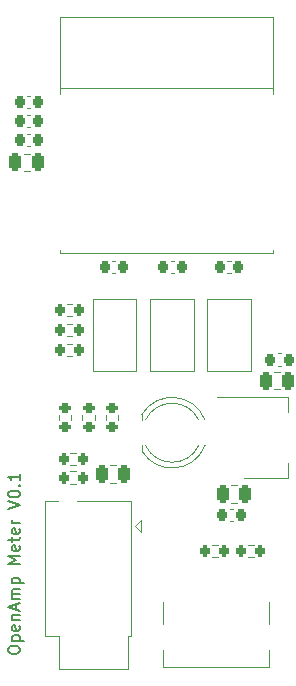
<source format=gto>
%TF.GenerationSoftware,KiCad,Pcbnew,7.0.2-6a45011f42~172~ubuntu22.04.1*%
%TF.CreationDate,2023-05-17T08:32:53+02:00*%
%TF.ProjectId,PowerMeterLC,506f7765-724d-4657-9465-724c432e6b69,rev?*%
%TF.SameCoordinates,Original*%
%TF.FileFunction,Legend,Top*%
%TF.FilePolarity,Positive*%
%FSLAX46Y46*%
G04 Gerber Fmt 4.6, Leading zero omitted, Abs format (unit mm)*
G04 Created by KiCad (PCBNEW 7.0.2-6a45011f42~172~ubuntu22.04.1) date 2023-05-17 08:32:53*
%MOMM*%
%LPD*%
G01*
G04 APERTURE LIST*
G04 Aperture macros list*
%AMRoundRect*
0 Rectangle with rounded corners*
0 $1 Rounding radius*
0 $2 $3 $4 $5 $6 $7 $8 $9 X,Y pos of 4 corners*
0 Add a 4 corners polygon primitive as box body*
4,1,4,$2,$3,$4,$5,$6,$7,$8,$9,$2,$3,0*
0 Add four circle primitives for the rounded corners*
1,1,$1+$1,$2,$3*
1,1,$1+$1,$4,$5*
1,1,$1+$1,$6,$7*
1,1,$1+$1,$8,$9*
0 Add four rect primitives between the rounded corners*
20,1,$1+$1,$2,$3,$4,$5,0*
20,1,$1+$1,$4,$5,$6,$7,0*
20,1,$1+$1,$6,$7,$8,$9,0*
20,1,$1+$1,$8,$9,$2,$3,0*%
G04 Aperture macros list end*
%ADD10C,0.150000*%
%ADD11C,0.120000*%
%ADD12R,1.500000X1.500000*%
%ADD13C,0.800000*%
%ADD14C,5.000000*%
%ADD15RoundRect,0.200000X0.200000X0.275000X-0.200000X0.275000X-0.200000X-0.275000X0.200000X-0.275000X0*%
%ADD16RoundRect,0.200000X-0.200000X-0.275000X0.200000X-0.275000X0.200000X0.275000X-0.200000X0.275000X0*%
%ADD17RoundRect,0.200000X-0.275000X0.200000X-0.275000X-0.200000X0.275000X-0.200000X0.275000X0.200000X0*%
%ADD18R,1.500000X0.900000*%
%ADD19R,0.700000X0.700000*%
%ADD20RoundRect,0.225000X-0.225000X-0.250000X0.225000X-0.250000X0.225000X0.250000X-0.225000X0.250000X0*%
%ADD21RoundRect,0.225000X0.225000X0.250000X-0.225000X0.250000X-0.225000X-0.250000X0.225000X-0.250000X0*%
%ADD22R,2.000000X1.500000*%
%ADD23R,2.000000X3.800000*%
%ADD24C,0.600000*%
%ADD25R,0.600000X1.160000*%
%ADD26R,0.300000X1.160000*%
%ADD27O,0.900000X2.000000*%
%ADD28O,0.900000X1.700000*%
%ADD29RoundRect,0.250000X0.250000X0.475000X-0.250000X0.475000X-0.250000X-0.475000X0.250000X-0.475000X0*%
%ADD30RoundRect,0.250000X-0.250000X-0.475000X0.250000X-0.475000X0.250000X0.475000X-0.250000X0.475000X0*%
%ADD31C,1.200000*%
%ADD32O,1.400000X2.000000*%
%ADD33R,1.400000X2.000000*%
%ADD34R,1.070000X1.800000*%
%ADD35O,1.070000X1.800000*%
G04 APERTURE END LIST*
D10*
X13577619Y-195971428D02*
X13577619Y-195780952D01*
X13577619Y-195780952D02*
X13625238Y-195685714D01*
X13625238Y-195685714D02*
X13720476Y-195590476D01*
X13720476Y-195590476D02*
X13910952Y-195542857D01*
X13910952Y-195542857D02*
X14244285Y-195542857D01*
X14244285Y-195542857D02*
X14434761Y-195590476D01*
X14434761Y-195590476D02*
X14530000Y-195685714D01*
X14530000Y-195685714D02*
X14577619Y-195780952D01*
X14577619Y-195780952D02*
X14577619Y-195971428D01*
X14577619Y-195971428D02*
X14530000Y-196066666D01*
X14530000Y-196066666D02*
X14434761Y-196161904D01*
X14434761Y-196161904D02*
X14244285Y-196209523D01*
X14244285Y-196209523D02*
X13910952Y-196209523D01*
X13910952Y-196209523D02*
X13720476Y-196161904D01*
X13720476Y-196161904D02*
X13625238Y-196066666D01*
X13625238Y-196066666D02*
X13577619Y-195971428D01*
X13910952Y-195114285D02*
X14910952Y-195114285D01*
X13958571Y-195114285D02*
X13910952Y-195019047D01*
X13910952Y-195019047D02*
X13910952Y-194828571D01*
X13910952Y-194828571D02*
X13958571Y-194733333D01*
X13958571Y-194733333D02*
X14006190Y-194685714D01*
X14006190Y-194685714D02*
X14101428Y-194638095D01*
X14101428Y-194638095D02*
X14387142Y-194638095D01*
X14387142Y-194638095D02*
X14482380Y-194685714D01*
X14482380Y-194685714D02*
X14530000Y-194733333D01*
X14530000Y-194733333D02*
X14577619Y-194828571D01*
X14577619Y-194828571D02*
X14577619Y-195019047D01*
X14577619Y-195019047D02*
X14530000Y-195114285D01*
X14530000Y-193828571D02*
X14577619Y-193923809D01*
X14577619Y-193923809D02*
X14577619Y-194114285D01*
X14577619Y-194114285D02*
X14530000Y-194209523D01*
X14530000Y-194209523D02*
X14434761Y-194257142D01*
X14434761Y-194257142D02*
X14053809Y-194257142D01*
X14053809Y-194257142D02*
X13958571Y-194209523D01*
X13958571Y-194209523D02*
X13910952Y-194114285D01*
X13910952Y-194114285D02*
X13910952Y-193923809D01*
X13910952Y-193923809D02*
X13958571Y-193828571D01*
X13958571Y-193828571D02*
X14053809Y-193780952D01*
X14053809Y-193780952D02*
X14149047Y-193780952D01*
X14149047Y-193780952D02*
X14244285Y-194257142D01*
X13910952Y-193352380D02*
X14577619Y-193352380D01*
X14006190Y-193352380D02*
X13958571Y-193304761D01*
X13958571Y-193304761D02*
X13910952Y-193209523D01*
X13910952Y-193209523D02*
X13910952Y-193066666D01*
X13910952Y-193066666D02*
X13958571Y-192971428D01*
X13958571Y-192971428D02*
X14053809Y-192923809D01*
X14053809Y-192923809D02*
X14577619Y-192923809D01*
X14291904Y-192495237D02*
X14291904Y-192019047D01*
X14577619Y-192590475D02*
X13577619Y-192257142D01*
X13577619Y-192257142D02*
X14577619Y-191923809D01*
X14577619Y-191590475D02*
X13910952Y-191590475D01*
X14006190Y-191590475D02*
X13958571Y-191542856D01*
X13958571Y-191542856D02*
X13910952Y-191447618D01*
X13910952Y-191447618D02*
X13910952Y-191304761D01*
X13910952Y-191304761D02*
X13958571Y-191209523D01*
X13958571Y-191209523D02*
X14053809Y-191161904D01*
X14053809Y-191161904D02*
X14577619Y-191161904D01*
X14053809Y-191161904D02*
X13958571Y-191114285D01*
X13958571Y-191114285D02*
X13910952Y-191019047D01*
X13910952Y-191019047D02*
X13910952Y-190876190D01*
X13910952Y-190876190D02*
X13958571Y-190780951D01*
X13958571Y-190780951D02*
X14053809Y-190733332D01*
X14053809Y-190733332D02*
X14577619Y-190733332D01*
X13910952Y-190257142D02*
X14910952Y-190257142D01*
X13958571Y-190257142D02*
X13910952Y-190161904D01*
X13910952Y-190161904D02*
X13910952Y-189971428D01*
X13910952Y-189971428D02*
X13958571Y-189876190D01*
X13958571Y-189876190D02*
X14006190Y-189828571D01*
X14006190Y-189828571D02*
X14101428Y-189780952D01*
X14101428Y-189780952D02*
X14387142Y-189780952D01*
X14387142Y-189780952D02*
X14482380Y-189828571D01*
X14482380Y-189828571D02*
X14530000Y-189876190D01*
X14530000Y-189876190D02*
X14577619Y-189971428D01*
X14577619Y-189971428D02*
X14577619Y-190161904D01*
X14577619Y-190161904D02*
X14530000Y-190257142D01*
X14577619Y-188590475D02*
X13577619Y-188590475D01*
X13577619Y-188590475D02*
X14291904Y-188257142D01*
X14291904Y-188257142D02*
X13577619Y-187923809D01*
X13577619Y-187923809D02*
X14577619Y-187923809D01*
X14530000Y-187066666D02*
X14577619Y-187161904D01*
X14577619Y-187161904D02*
X14577619Y-187352380D01*
X14577619Y-187352380D02*
X14530000Y-187447618D01*
X14530000Y-187447618D02*
X14434761Y-187495237D01*
X14434761Y-187495237D02*
X14053809Y-187495237D01*
X14053809Y-187495237D02*
X13958571Y-187447618D01*
X13958571Y-187447618D02*
X13910952Y-187352380D01*
X13910952Y-187352380D02*
X13910952Y-187161904D01*
X13910952Y-187161904D02*
X13958571Y-187066666D01*
X13958571Y-187066666D02*
X14053809Y-187019047D01*
X14053809Y-187019047D02*
X14149047Y-187019047D01*
X14149047Y-187019047D02*
X14244285Y-187495237D01*
X13910952Y-186733332D02*
X13910952Y-186352380D01*
X13577619Y-186590475D02*
X14434761Y-186590475D01*
X14434761Y-186590475D02*
X14530000Y-186542856D01*
X14530000Y-186542856D02*
X14577619Y-186447618D01*
X14577619Y-186447618D02*
X14577619Y-186352380D01*
X14530000Y-185638094D02*
X14577619Y-185733332D01*
X14577619Y-185733332D02*
X14577619Y-185923808D01*
X14577619Y-185923808D02*
X14530000Y-186019046D01*
X14530000Y-186019046D02*
X14434761Y-186066665D01*
X14434761Y-186066665D02*
X14053809Y-186066665D01*
X14053809Y-186066665D02*
X13958571Y-186019046D01*
X13958571Y-186019046D02*
X13910952Y-185923808D01*
X13910952Y-185923808D02*
X13910952Y-185733332D01*
X13910952Y-185733332D02*
X13958571Y-185638094D01*
X13958571Y-185638094D02*
X14053809Y-185590475D01*
X14053809Y-185590475D02*
X14149047Y-185590475D01*
X14149047Y-185590475D02*
X14244285Y-186066665D01*
X14577619Y-185161903D02*
X13910952Y-185161903D01*
X14101428Y-185161903D02*
X14006190Y-185114284D01*
X14006190Y-185114284D02*
X13958571Y-185066665D01*
X13958571Y-185066665D02*
X13910952Y-184971427D01*
X13910952Y-184971427D02*
X13910952Y-184876189D01*
X13577619Y-183923807D02*
X14577619Y-183590474D01*
X14577619Y-183590474D02*
X13577619Y-183257141D01*
X13577619Y-182733331D02*
X13577619Y-182638093D01*
X13577619Y-182638093D02*
X13625238Y-182542855D01*
X13625238Y-182542855D02*
X13672857Y-182495236D01*
X13672857Y-182495236D02*
X13768095Y-182447617D01*
X13768095Y-182447617D02*
X13958571Y-182399998D01*
X13958571Y-182399998D02*
X14196666Y-182399998D01*
X14196666Y-182399998D02*
X14387142Y-182447617D01*
X14387142Y-182447617D02*
X14482380Y-182495236D01*
X14482380Y-182495236D02*
X14530000Y-182542855D01*
X14530000Y-182542855D02*
X14577619Y-182638093D01*
X14577619Y-182638093D02*
X14577619Y-182733331D01*
X14577619Y-182733331D02*
X14530000Y-182828569D01*
X14530000Y-182828569D02*
X14482380Y-182876188D01*
X14482380Y-182876188D02*
X14387142Y-182923807D01*
X14387142Y-182923807D02*
X14196666Y-182971426D01*
X14196666Y-182971426D02*
X13958571Y-182971426D01*
X13958571Y-182971426D02*
X13768095Y-182923807D01*
X13768095Y-182923807D02*
X13672857Y-182876188D01*
X13672857Y-182876188D02*
X13625238Y-182828569D01*
X13625238Y-182828569D02*
X13577619Y-182733331D01*
X14482380Y-181971426D02*
X14530000Y-181923807D01*
X14530000Y-181923807D02*
X14577619Y-181971426D01*
X14577619Y-181971426D02*
X14530000Y-182019045D01*
X14530000Y-182019045D02*
X14482380Y-181971426D01*
X14482380Y-181971426D02*
X14577619Y-181971426D01*
X14577619Y-180971427D02*
X14577619Y-181542855D01*
X14577619Y-181257141D02*
X13577619Y-181257141D01*
X13577619Y-181257141D02*
X13720476Y-181352379D01*
X13720476Y-181352379D02*
X13815714Y-181447617D01*
X13815714Y-181447617D02*
X13863333Y-181542855D01*
D11*
%TO.C,SW2*%
X24460000Y-166140000D02*
X24460000Y-172260000D01*
X20760000Y-166140000D02*
X24460000Y-166140000D01*
X24460000Y-172260000D02*
X20760000Y-172260000D01*
X20760000Y-172260000D02*
X20760000Y-166140000D01*
%TO.C,R10*%
X19347258Y-181822500D02*
X18872742Y-181822500D01*
X19347258Y-180777500D02*
X18872742Y-180777500D01*
%TO.C,R2*%
X18547742Y-166577500D02*
X19022258Y-166577500D01*
X18547742Y-167622500D02*
X19022258Y-167622500D01*
%TO.C,R7*%
X22932500Y-175987742D02*
X22932500Y-176462258D01*
X21887500Y-175987742D02*
X21887500Y-176462258D01*
%TO.C,U4*%
X18000000Y-142300000D02*
X18000000Y-148800000D01*
X18000000Y-142300000D02*
X36000000Y-142300000D01*
X18000000Y-162300000D02*
X18000000Y-162050000D01*
X36000000Y-142300000D02*
X36000000Y-148800000D01*
X36000000Y-148300000D02*
X18050000Y-148300000D01*
X36000000Y-162050000D02*
X36000000Y-162300000D01*
X36000000Y-162300000D02*
X18000000Y-162300000D01*
%TO.C,C17*%
X32369420Y-183990000D02*
X32650580Y-183990000D01*
X32369420Y-185010000D02*
X32650580Y-185010000D01*
%TO.C,R3*%
X18547742Y-169977500D02*
X19022258Y-169977500D01*
X18547742Y-171022500D02*
X19022258Y-171022500D01*
%TO.C,C10*%
X15475580Y-150010000D02*
X15194420Y-150010000D01*
X15475580Y-148990000D02*
X15194420Y-148990000D01*
%TO.C,U2*%
X31310000Y-174490000D02*
X37320000Y-174490000D01*
X33560000Y-181310000D02*
X37320000Y-181310000D01*
X37320000Y-174490000D02*
X37320000Y-175750000D01*
X37320000Y-181310000D02*
X37320000Y-180050000D01*
%TO.C,J2*%
X26740000Y-191855000D02*
X26740000Y-193655000D01*
X26740000Y-197365000D02*
X26740000Y-195905000D01*
X35680000Y-191855000D02*
X35680000Y-193655000D01*
X35680000Y-197365000D02*
X26740000Y-197365000D01*
X35680000Y-197365000D02*
X35680000Y-195905000D01*
%TO.C,R4*%
X33897742Y-186977500D02*
X34372258Y-186977500D01*
X33897742Y-188022500D02*
X34372258Y-188022500D01*
%TO.C,C12*%
X36621252Y-173835000D02*
X36098748Y-173835000D01*
X36621252Y-172365000D02*
X36098748Y-172365000D01*
%TO.C,C14*%
X32448748Y-181965000D02*
X32971252Y-181965000D01*
X32448748Y-183435000D02*
X32971252Y-183435000D01*
%TO.C,C18*%
X27359420Y-162990000D02*
X27640580Y-162990000D01*
X27359420Y-164010000D02*
X27640580Y-164010000D01*
%TO.C,C13*%
X15475580Y-153210000D02*
X15194420Y-153210000D01*
X15475580Y-152190000D02*
X15194420Y-152190000D01*
%TO.C,C5*%
X32159420Y-162990000D02*
X32440580Y-162990000D01*
X32159420Y-164010000D02*
X32440580Y-164010000D01*
%TO.C,R11*%
X18872742Y-179177500D02*
X19347258Y-179177500D01*
X18872742Y-180222500D02*
X19347258Y-180222500D01*
%TO.C,R9*%
X20932500Y-175987742D02*
X20932500Y-176462258D01*
X19887500Y-175987742D02*
X19887500Y-176462258D01*
%TO.C,C15*%
X15421252Y-155335000D02*
X14898748Y-155335000D01*
X15421252Y-153865000D02*
X14898748Y-153865000D01*
%TO.C,C16*%
X15475580Y-151610000D02*
X15194420Y-151610000D01*
X15475580Y-150590000D02*
X15194420Y-150590000D01*
%TO.C,SW1*%
X34150000Y-166140000D02*
X34150000Y-172260000D01*
X30450000Y-166140000D02*
X34150000Y-166140000D01*
X34150000Y-172260000D02*
X30450000Y-172260000D01*
X30450000Y-172260000D02*
X30450000Y-166140000D01*
%TO.C,R6*%
X18547742Y-168277500D02*
X19022258Y-168277500D01*
X18547742Y-169322500D02*
X19022258Y-169322500D01*
%TO.C,J3*%
X24832500Y-185900000D02*
X24832500Y-184900000D01*
X24832500Y-184900000D02*
X24332500Y-185400000D01*
X24332500Y-185400000D02*
X24832500Y-185900000D01*
X24032500Y-194700000D02*
X24032500Y-183300000D01*
X24032500Y-194700000D02*
X23732500Y-194700000D01*
X24032500Y-183300000D02*
X19432500Y-183300000D01*
X23732500Y-194700000D02*
X23732500Y-197500000D01*
X17932500Y-197500000D02*
X23732500Y-197500000D01*
X17932500Y-194700000D02*
X17932500Y-197500000D01*
X17932500Y-194700000D02*
X16732500Y-194700000D01*
X16732500Y-194700000D02*
X16732500Y-183300000D01*
X16732500Y-183300000D02*
X17832500Y-183300000D01*
%TO.C,C11*%
X36700580Y-171810000D02*
X36419420Y-171810000D01*
X36700580Y-170790000D02*
X36419420Y-170790000D01*
%TO.C,SW3*%
X29320000Y-166140000D02*
X29320000Y-172260000D01*
X25620000Y-166140000D02*
X29320000Y-166140000D01*
X29320000Y-172260000D02*
X25620000Y-172260000D01*
X25620000Y-172260000D02*
X25620000Y-166140000D01*
%TO.C,R5*%
X30847742Y-186977500D02*
X31322258Y-186977500D01*
X30847742Y-188022500D02*
X31322258Y-188022500D01*
%TO.C,D2*%
X24915000Y-175955000D02*
X24915000Y-176420000D01*
X24915000Y-178580000D02*
X24915000Y-179045000D01*
X30262814Y-176419173D02*
G75*
G03*
X24915001Y-175955170I-2787814J-1080827D01*
G01*
X29729478Y-176419572D02*
G75*
G03*
X25220317Y-176420000I-2254478J-1080428D01*
G01*
X25220316Y-178580000D02*
G75*
G03*
X29729479Y-178580429I2254684J1080000D01*
G01*
X24915001Y-179044830D02*
G75*
G03*
X30262814Y-178580827I2559999J1544830D01*
G01*
%TO.C,C19*%
X22198748Y-180265000D02*
X22721252Y-180265000D01*
X22198748Y-181735000D02*
X22721252Y-181735000D01*
%TO.C,R8*%
X18932500Y-175987742D02*
X18932500Y-176462258D01*
X17887500Y-175987742D02*
X17887500Y-176462258D01*
%TO.C,C6*%
X22394420Y-162990000D02*
X22675580Y-162990000D01*
X22394420Y-164010000D02*
X22675580Y-164010000D01*
%TD*%
%LPC*%
D12*
%TO.C,SW2*%
X22610000Y-165300000D03*
X22610000Y-173100000D03*
%TD*%
D13*
%TO.C,TP1*%
X25595000Y-183625000D03*
X26144175Y-182299175D03*
X26144175Y-184950825D03*
X27470000Y-181750000D03*
D14*
X27470000Y-183625000D03*
D13*
X27470000Y-185500000D03*
X28795825Y-182299175D03*
X28795825Y-184950825D03*
X29345000Y-183625000D03*
%TD*%
D15*
%TO.C,R10*%
X19935000Y-181300000D03*
X18285000Y-181300000D03*
%TD*%
D16*
%TO.C,R2*%
X17960000Y-167100000D03*
X19610000Y-167100000D03*
%TD*%
D17*
%TO.C,R7*%
X22410000Y-175400000D03*
X22410000Y-177050000D03*
%TD*%
D18*
%TO.C,U4*%
X18250000Y-149400000D03*
X18250000Y-150900000D03*
X18250000Y-152400000D03*
X18250000Y-153900000D03*
X18250000Y-155400000D03*
X18250000Y-156900000D03*
X18250000Y-158400000D03*
X18250000Y-159900000D03*
X18250000Y-161400000D03*
X35750000Y-161400000D03*
X35750000Y-159900000D03*
X35750000Y-158400000D03*
X35750000Y-156900000D03*
X35750000Y-155400000D03*
X35750000Y-153900000D03*
X35750000Y-152400000D03*
X35750000Y-150900000D03*
X35750000Y-149400000D03*
D19*
X26860000Y-154500000D03*
X26860000Y-155600000D03*
X26860000Y-156700000D03*
X27910000Y-154500000D03*
X27910000Y-155600000D03*
X27910000Y-156700000D03*
X29060000Y-154500000D03*
X29060000Y-155600000D03*
X29060000Y-156700000D03*
%TD*%
D20*
%TO.C,C17*%
X31735000Y-184500000D03*
X33285000Y-184500000D03*
%TD*%
D16*
%TO.C,R3*%
X17960000Y-170500000D03*
X19610000Y-170500000D03*
%TD*%
D21*
%TO.C,C10*%
X16110000Y-149500000D03*
X14560000Y-149500000D03*
%TD*%
D22*
%TO.C,U2*%
X32260000Y-175600000D03*
X32260000Y-177900000D03*
D23*
X38560000Y-177900000D03*
D22*
X32260000Y-180200000D03*
%TD*%
D24*
%TO.C,J2*%
X28320000Y-191075000D03*
X34100000Y-191075000D03*
D25*
X28010000Y-190015000D03*
X28810000Y-190015000D03*
D26*
X29960000Y-190015000D03*
X30960000Y-190015000D03*
X31460000Y-190015000D03*
X32460000Y-190015000D03*
D25*
X33610000Y-190015000D03*
X34410000Y-190015000D03*
X34410000Y-190015000D03*
X33610000Y-190015000D03*
D26*
X32960000Y-190015000D03*
X31960000Y-190015000D03*
X30460000Y-190015000D03*
X29460000Y-190015000D03*
D25*
X28810000Y-190015000D03*
X28010000Y-190015000D03*
D27*
X26890000Y-190595000D03*
D28*
X26890000Y-194765000D03*
D27*
X35530000Y-190595000D03*
D28*
X35530000Y-194765000D03*
%TD*%
D16*
%TO.C,R4*%
X33310000Y-187500000D03*
X34960000Y-187500000D03*
%TD*%
D29*
%TO.C,C12*%
X37310000Y-173100000D03*
X35410000Y-173100000D03*
%TD*%
D30*
%TO.C,C14*%
X31760000Y-182700000D03*
X33660000Y-182700000D03*
%TD*%
D20*
%TO.C,C18*%
X26725000Y-163500000D03*
X28275000Y-163500000D03*
%TD*%
D21*
%TO.C,C13*%
X16110000Y-152700000D03*
X14560000Y-152700000D03*
%TD*%
D20*
%TO.C,C5*%
X31525000Y-163500000D03*
X33075000Y-163500000D03*
%TD*%
D16*
%TO.C,R11*%
X18285000Y-179700000D03*
X19935000Y-179700000D03*
%TD*%
D17*
%TO.C,R9*%
X20410000Y-175400000D03*
X20410000Y-177050000D03*
%TD*%
D29*
%TO.C,C15*%
X16110000Y-154600000D03*
X14210000Y-154600000D03*
%TD*%
D21*
%TO.C,C16*%
X16110000Y-151100000D03*
X14560000Y-151100000D03*
%TD*%
D12*
%TO.C,SW1*%
X32300000Y-165300000D03*
X32300000Y-173100000D03*
%TD*%
D16*
%TO.C,R6*%
X17960000Y-168800000D03*
X19610000Y-168800000D03*
%TD*%
D31*
%TO.C,J3*%
X20832500Y-191100000D03*
X20832500Y-184100000D03*
D32*
X17632500Y-192400000D03*
X23132500Y-189400000D03*
X23132500Y-192400000D03*
X18632500Y-183900000D03*
D33*
X23132500Y-185400000D03*
%TD*%
D21*
%TO.C,C11*%
X37335000Y-171300000D03*
X35785000Y-171300000D03*
%TD*%
D12*
%TO.C,SW3*%
X27470000Y-165300000D03*
X27470000Y-173100000D03*
%TD*%
D16*
%TO.C,R5*%
X30260000Y-187500000D03*
X31910000Y-187500000D03*
%TD*%
D34*
%TO.C,D2*%
X25570000Y-177500000D03*
D35*
X26840000Y-177500000D03*
X28110000Y-177500000D03*
X29380000Y-177500000D03*
%TD*%
D30*
%TO.C,C19*%
X21510000Y-181000000D03*
X23410000Y-181000000D03*
%TD*%
D17*
%TO.C,R8*%
X18410000Y-175400000D03*
X18410000Y-177050000D03*
%TD*%
D20*
%TO.C,C6*%
X21760000Y-163500000D03*
X23310000Y-163500000D03*
%TD*%
%LPD*%
M02*

</source>
